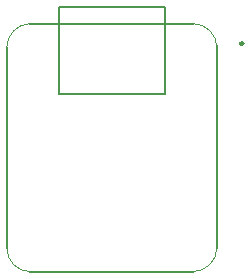
<source format=gbr>
%TF.GenerationSoftware,KiCad,Pcbnew,8.0.6*%
%TF.CreationDate,2024-10-23T22:35:26-04:00*%
%TF.ProjectId,Hackpad,4861636b-7061-4642-9e6b-696361645f70,rev?*%
%TF.SameCoordinates,Original*%
%TF.FileFunction,Legend,Bot*%
%TF.FilePolarity,Positive*%
%FSLAX46Y46*%
G04 Gerber Fmt 4.6, Leading zero omitted, Abs format (unit mm)*
G04 Created by KiCad (PCBNEW 8.0.6) date 2024-10-23 22:35:26*
%MOMM*%
%LPD*%
G01*
G04 APERTURE LIST*
%ADD10C,0.025400*%
%ADD11C,0.254000*%
%ADD12C,0.120000*%
%ADD13C,0.127000*%
G04 APERTURE END LIST*
D10*
%TO.C,U1*%
X155509667Y-55509527D02*
X155512715Y-55558295D01*
X155505603Y-55460506D01*
X155509667Y-55509527D01*
X137782752Y-73030955D02*
X137772847Y-72982950D01*
X137763956Y-72934690D01*
X137756336Y-72886175D01*
X137749732Y-72837407D01*
X137744399Y-72788639D01*
X137740335Y-72739618D01*
X137737287Y-72690850D01*
X137735508Y-72641574D01*
X137782752Y-73030955D01*
D11*
X157752000Y-55320000D02*
G75*
G02*
X157498000Y-55320000I-127000J0D01*
G01*
X157498000Y-55320000D02*
G75*
G02*
X157752000Y-55320000I127000J0D01*
G01*
D12*
X153525000Y-53620000D02*
G75*
G02*
X155525000Y-55620000I-44612J-2044612D01*
G01*
X155525000Y-72620000D02*
G75*
G02*
X153525000Y-74620000I-2044857J44857D01*
G01*
X137725000Y-55620000D02*
G75*
G02*
X139725000Y-53620000I2044610J-44610D01*
G01*
X139725000Y-74620000D02*
G75*
G02*
X137725000Y-72620000I0J2000000D01*
G01*
D13*
X139725000Y-74620000D02*
X153525000Y-74620000D01*
X151125000Y-52195970D02*
X151125000Y-59549270D01*
X153525000Y-53620910D02*
X139725000Y-53620910D01*
X142125000Y-52195970D02*
X151125000Y-52195970D01*
X155525000Y-72620000D02*
X155525000Y-55620000D01*
X142125000Y-59549270D02*
X142125000Y-52195970D01*
X151125000Y-59549270D02*
X142125000Y-59549270D01*
X137725000Y-55620000D02*
X137725000Y-72620000D01*
%TD*%
M02*

</source>
